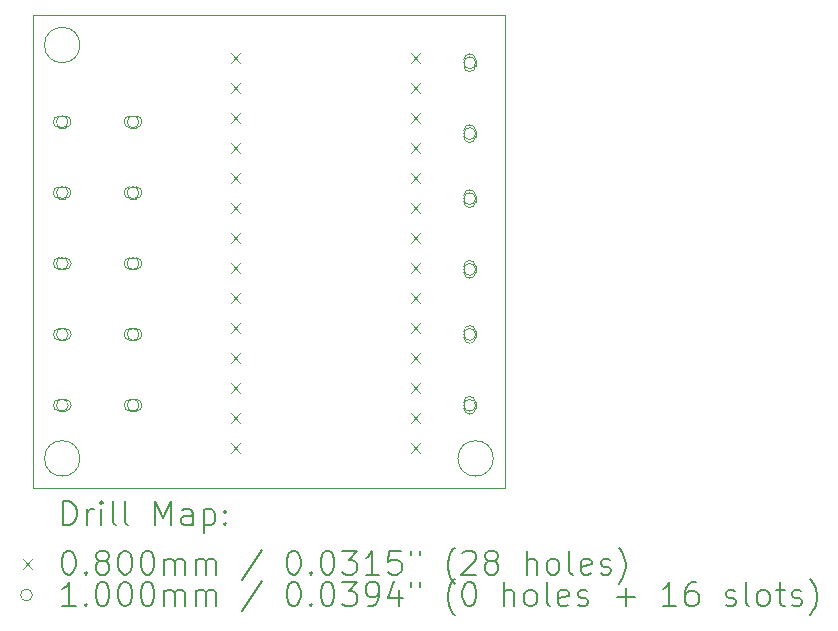
<source format=gbr>
%TF.GenerationSoftware,KiCad,Pcbnew,9.0.0-9.0.0-2~ubuntu24.04.1*%
%TF.CreationDate,2025-04-02T19:49:25+02:00*%
%TF.ProjectId,Teensy_Interface,5465656e-7379-45f4-996e-746572666163,rev?*%
%TF.SameCoordinates,Original*%
%TF.FileFunction,Drillmap*%
%TF.FilePolarity,Positive*%
%FSLAX45Y45*%
G04 Gerber Fmt 4.5, Leading zero omitted, Abs format (unit mm)*
G04 Created by KiCad (PCBNEW 9.0.0-9.0.0-2~ubuntu24.04.1) date 2025-04-02 19:49:25*
%MOMM*%
%LPD*%
G01*
G04 APERTURE LIST*
%ADD10C,0.050000*%
%ADD11C,0.200000*%
%ADD12C,0.100000*%
G04 APERTURE END LIST*
D10*
X7350000Y-8500000D02*
G75*
G02*
X7050000Y-8500000I-150000J0D01*
G01*
X7050000Y-8500000D02*
G75*
G02*
X7350000Y-8500000I150000J0D01*
G01*
X10850000Y-8500000D02*
G75*
G02*
X10550000Y-8500000I-150000J0D01*
G01*
X10550000Y-8500000D02*
G75*
G02*
X10850000Y-8500000I150000J0D01*
G01*
X6950000Y-4750000D02*
X10950000Y-4750000D01*
X10950000Y-8750000D01*
X6950000Y-8750000D01*
X6950000Y-4750000D01*
X7350000Y-5000000D02*
G75*
G02*
X7050000Y-5000000I-150000J0D01*
G01*
X7050000Y-5000000D02*
G75*
G02*
X7350000Y-5000000I150000J0D01*
G01*
D11*
D12*
X8625700Y-5069080D02*
X8705700Y-5149080D01*
X8705700Y-5069080D02*
X8625700Y-5149080D01*
X8625700Y-5323080D02*
X8705700Y-5403080D01*
X8705700Y-5323080D02*
X8625700Y-5403080D01*
X8625700Y-5577080D02*
X8705700Y-5657080D01*
X8705700Y-5577080D02*
X8625700Y-5657080D01*
X8625700Y-5831080D02*
X8705700Y-5911080D01*
X8705700Y-5831080D02*
X8625700Y-5911080D01*
X8625700Y-6085080D02*
X8705700Y-6165080D01*
X8705700Y-6085080D02*
X8625700Y-6165080D01*
X8625700Y-6339080D02*
X8705700Y-6419080D01*
X8705700Y-6339080D02*
X8625700Y-6419080D01*
X8625700Y-6593080D02*
X8705700Y-6673080D01*
X8705700Y-6593080D02*
X8625700Y-6673080D01*
X8625700Y-6847080D02*
X8705700Y-6927080D01*
X8705700Y-6847080D02*
X8625700Y-6927080D01*
X8625700Y-7101080D02*
X8705700Y-7181080D01*
X8705700Y-7101080D02*
X8625700Y-7181080D01*
X8625700Y-7355080D02*
X8705700Y-7435080D01*
X8705700Y-7355080D02*
X8625700Y-7435080D01*
X8625700Y-7609080D02*
X8705700Y-7689080D01*
X8705700Y-7609080D02*
X8625700Y-7689080D01*
X8625700Y-7863080D02*
X8705700Y-7943080D01*
X8705700Y-7863080D02*
X8625700Y-7943080D01*
X8625700Y-8117080D02*
X8705700Y-8197080D01*
X8705700Y-8117080D02*
X8625700Y-8197080D01*
X8625700Y-8371080D02*
X8705700Y-8451080D01*
X8705700Y-8371080D02*
X8625700Y-8451080D01*
X10149700Y-5069080D02*
X10229700Y-5149080D01*
X10229700Y-5069080D02*
X10149700Y-5149080D01*
X10149700Y-5323080D02*
X10229700Y-5403080D01*
X10229700Y-5323080D02*
X10149700Y-5403080D01*
X10149700Y-5577080D02*
X10229700Y-5657080D01*
X10229700Y-5577080D02*
X10149700Y-5657080D01*
X10149700Y-5831080D02*
X10229700Y-5911080D01*
X10229700Y-5831080D02*
X10149700Y-5911080D01*
X10149700Y-6085080D02*
X10229700Y-6165080D01*
X10229700Y-6085080D02*
X10149700Y-6165080D01*
X10149700Y-6339080D02*
X10229700Y-6419080D01*
X10229700Y-6339080D02*
X10149700Y-6419080D01*
X10149700Y-6593080D02*
X10229700Y-6673080D01*
X10229700Y-6593080D02*
X10149700Y-6673080D01*
X10149700Y-6847080D02*
X10229700Y-6927080D01*
X10229700Y-6847080D02*
X10149700Y-6927080D01*
X10149700Y-7101080D02*
X10229700Y-7181080D01*
X10229700Y-7101080D02*
X10149700Y-7181080D01*
X10149700Y-7355080D02*
X10229700Y-7435080D01*
X10229700Y-7355080D02*
X10149700Y-7435080D01*
X10149700Y-7609080D02*
X10229700Y-7689080D01*
X10229700Y-7609080D02*
X10149700Y-7689080D01*
X10149700Y-7863080D02*
X10229700Y-7943080D01*
X10229700Y-7863080D02*
X10149700Y-7943080D01*
X10149700Y-8117080D02*
X10229700Y-8197080D01*
X10229700Y-8117080D02*
X10149700Y-8197080D01*
X10149700Y-8371080D02*
X10229700Y-8451080D01*
X10229700Y-8371080D02*
X10149700Y-8451080D01*
X7250000Y-5650000D02*
G75*
G02*
X7150000Y-5650000I-50000J0D01*
G01*
X7150000Y-5650000D02*
G75*
G02*
X7250000Y-5650000I50000J0D01*
G01*
X7175000Y-5700000D02*
X7225000Y-5700000D01*
X7225000Y-5600000D02*
G75*
G02*
X7225000Y-5700000I0J-50000D01*
G01*
X7225000Y-5600000D02*
X7175000Y-5600000D01*
X7175000Y-5600000D02*
G75*
G03*
X7175000Y-5700000I0J-50000D01*
G01*
X7250000Y-6250000D02*
G75*
G02*
X7150000Y-6250000I-50000J0D01*
G01*
X7150000Y-6250000D02*
G75*
G02*
X7250000Y-6250000I50000J0D01*
G01*
X7175000Y-6300000D02*
X7225000Y-6300000D01*
X7225000Y-6200000D02*
G75*
G02*
X7225000Y-6300000I0J-50000D01*
G01*
X7225000Y-6200000D02*
X7175000Y-6200000D01*
X7175000Y-6200000D02*
G75*
G03*
X7175000Y-6300000I0J-50000D01*
G01*
X7250000Y-6850000D02*
G75*
G02*
X7150000Y-6850000I-50000J0D01*
G01*
X7150000Y-6850000D02*
G75*
G02*
X7250000Y-6850000I50000J0D01*
G01*
X7175000Y-6900000D02*
X7225000Y-6900000D01*
X7225000Y-6800000D02*
G75*
G02*
X7225000Y-6900000I0J-50000D01*
G01*
X7225000Y-6800000D02*
X7175000Y-6800000D01*
X7175000Y-6800000D02*
G75*
G03*
X7175000Y-6900000I0J-50000D01*
G01*
X7250560Y-7450000D02*
G75*
G02*
X7150560Y-7450000I-50000J0D01*
G01*
X7150560Y-7450000D02*
G75*
G02*
X7250560Y-7450000I50000J0D01*
G01*
X7175560Y-7500000D02*
X7225560Y-7500000D01*
X7225560Y-7400000D02*
G75*
G02*
X7225560Y-7500000I0J-50000D01*
G01*
X7225560Y-7400000D02*
X7175560Y-7400000D01*
X7175560Y-7400000D02*
G75*
G03*
X7175560Y-7500000I0J-50000D01*
G01*
X7250560Y-8050000D02*
G75*
G02*
X7150560Y-8050000I-50000J0D01*
G01*
X7150560Y-8050000D02*
G75*
G02*
X7250560Y-8050000I50000J0D01*
G01*
X7175560Y-8100000D02*
X7225560Y-8100000D01*
X7225560Y-8000000D02*
G75*
G02*
X7225560Y-8100000I0J-50000D01*
G01*
X7225560Y-8000000D02*
X7175560Y-8000000D01*
X7175560Y-8000000D02*
G75*
G03*
X7175560Y-8100000I0J-50000D01*
G01*
X7849440Y-5650000D02*
G75*
G02*
X7749440Y-5650000I-50000J0D01*
G01*
X7749440Y-5650000D02*
G75*
G02*
X7849440Y-5650000I50000J0D01*
G01*
X7774440Y-5700000D02*
X7824440Y-5700000D01*
X7824440Y-5600000D02*
G75*
G02*
X7824440Y-5700000I0J-50000D01*
G01*
X7824440Y-5600000D02*
X7774440Y-5600000D01*
X7774440Y-5600000D02*
G75*
G03*
X7774440Y-5700000I0J-50000D01*
G01*
X7849440Y-6250000D02*
G75*
G02*
X7749440Y-6250000I-50000J0D01*
G01*
X7749440Y-6250000D02*
G75*
G02*
X7849440Y-6250000I50000J0D01*
G01*
X7774440Y-6300000D02*
X7824440Y-6300000D01*
X7824440Y-6200000D02*
G75*
G02*
X7824440Y-6300000I0J-50000D01*
G01*
X7824440Y-6200000D02*
X7774440Y-6200000D01*
X7774440Y-6200000D02*
G75*
G03*
X7774440Y-6300000I0J-50000D01*
G01*
X7849440Y-6850000D02*
G75*
G02*
X7749440Y-6850000I-50000J0D01*
G01*
X7749440Y-6850000D02*
G75*
G02*
X7849440Y-6850000I50000J0D01*
G01*
X7774440Y-6900000D02*
X7824440Y-6900000D01*
X7824440Y-6800000D02*
G75*
G02*
X7824440Y-6900000I0J-50000D01*
G01*
X7824440Y-6800000D02*
X7774440Y-6800000D01*
X7774440Y-6800000D02*
G75*
G03*
X7774440Y-6900000I0J-50000D01*
G01*
X7850000Y-7450000D02*
G75*
G02*
X7750000Y-7450000I-50000J0D01*
G01*
X7750000Y-7450000D02*
G75*
G02*
X7850000Y-7450000I50000J0D01*
G01*
X7775000Y-7500000D02*
X7825000Y-7500000D01*
X7825000Y-7400000D02*
G75*
G02*
X7825000Y-7500000I0J-50000D01*
G01*
X7825000Y-7400000D02*
X7775000Y-7400000D01*
X7775000Y-7400000D02*
G75*
G03*
X7775000Y-7500000I0J-50000D01*
G01*
X7850000Y-8050000D02*
G75*
G02*
X7750000Y-8050000I-50000J0D01*
G01*
X7750000Y-8050000D02*
G75*
G02*
X7850000Y-8050000I50000J0D01*
G01*
X7775000Y-8100000D02*
X7825000Y-8100000D01*
X7825000Y-8000000D02*
G75*
G02*
X7825000Y-8100000I0J-50000D01*
G01*
X7825000Y-8000000D02*
X7775000Y-8000000D01*
X7775000Y-8000000D02*
G75*
G03*
X7775000Y-8100000I0J-50000D01*
G01*
X10700000Y-5150560D02*
G75*
G02*
X10600000Y-5150560I-50000J0D01*
G01*
X10600000Y-5150560D02*
G75*
G02*
X10700000Y-5150560I50000J0D01*
G01*
X10600000Y-5125560D02*
X10600000Y-5175560D01*
X10700000Y-5175560D02*
G75*
G02*
X10600000Y-5175560I-50000J0D01*
G01*
X10700000Y-5175560D02*
X10700000Y-5125560D01*
X10700000Y-5125560D02*
G75*
G03*
X10600000Y-5125560I-50000J0D01*
G01*
X10700000Y-5750000D02*
G75*
G02*
X10600000Y-5750000I-50000J0D01*
G01*
X10600000Y-5750000D02*
G75*
G02*
X10700000Y-5750000I50000J0D01*
G01*
X10600000Y-5725000D02*
X10600000Y-5775000D01*
X10700000Y-5775000D02*
G75*
G02*
X10600000Y-5775000I-50000J0D01*
G01*
X10700000Y-5775000D02*
X10700000Y-5725000D01*
X10700000Y-5725000D02*
G75*
G03*
X10600000Y-5725000I-50000J0D01*
G01*
X10700000Y-6300560D02*
G75*
G02*
X10600000Y-6300560I-50000J0D01*
G01*
X10600000Y-6300560D02*
G75*
G02*
X10700000Y-6300560I50000J0D01*
G01*
X10600000Y-6275560D02*
X10600000Y-6325560D01*
X10700000Y-6325560D02*
G75*
G02*
X10600000Y-6325560I-50000J0D01*
G01*
X10700000Y-6325560D02*
X10700000Y-6275560D01*
X10700000Y-6275560D02*
G75*
G03*
X10600000Y-6275560I-50000J0D01*
G01*
X10700000Y-6900000D02*
G75*
G02*
X10600000Y-6900000I-50000J0D01*
G01*
X10600000Y-6900000D02*
G75*
G02*
X10700000Y-6900000I50000J0D01*
G01*
X10600000Y-6875000D02*
X10600000Y-6925000D01*
X10700000Y-6925000D02*
G75*
G02*
X10600000Y-6925000I-50000J0D01*
G01*
X10700000Y-6925000D02*
X10700000Y-6875000D01*
X10700000Y-6875000D02*
G75*
G03*
X10600000Y-6875000I-50000J0D01*
G01*
X10700000Y-7450560D02*
G75*
G02*
X10600000Y-7450560I-50000J0D01*
G01*
X10600000Y-7450560D02*
G75*
G02*
X10700000Y-7450560I50000J0D01*
G01*
X10600000Y-7425560D02*
X10600000Y-7475560D01*
X10700000Y-7475560D02*
G75*
G02*
X10600000Y-7475560I-50000J0D01*
G01*
X10700000Y-7475560D02*
X10700000Y-7425560D01*
X10700000Y-7425560D02*
G75*
G03*
X10600000Y-7425560I-50000J0D01*
G01*
X10700000Y-8050000D02*
G75*
G02*
X10600000Y-8050000I-50000J0D01*
G01*
X10600000Y-8050000D02*
G75*
G02*
X10700000Y-8050000I50000J0D01*
G01*
X10600000Y-8025000D02*
X10600000Y-8075000D01*
X10700000Y-8075000D02*
G75*
G02*
X10600000Y-8075000I-50000J0D01*
G01*
X10700000Y-8075000D02*
X10700000Y-8025000D01*
X10700000Y-8025000D02*
G75*
G03*
X10600000Y-8025000I-50000J0D01*
G01*
D11*
X7208277Y-9063984D02*
X7208277Y-8863984D01*
X7208277Y-8863984D02*
X7255896Y-8863984D01*
X7255896Y-8863984D02*
X7284467Y-8873508D01*
X7284467Y-8873508D02*
X7303515Y-8892555D01*
X7303515Y-8892555D02*
X7313039Y-8911603D01*
X7313039Y-8911603D02*
X7322562Y-8949698D01*
X7322562Y-8949698D02*
X7322562Y-8978270D01*
X7322562Y-8978270D02*
X7313039Y-9016365D01*
X7313039Y-9016365D02*
X7303515Y-9035412D01*
X7303515Y-9035412D02*
X7284467Y-9054460D01*
X7284467Y-9054460D02*
X7255896Y-9063984D01*
X7255896Y-9063984D02*
X7208277Y-9063984D01*
X7408277Y-9063984D02*
X7408277Y-8930650D01*
X7408277Y-8968746D02*
X7417801Y-8949698D01*
X7417801Y-8949698D02*
X7427324Y-8940174D01*
X7427324Y-8940174D02*
X7446372Y-8930650D01*
X7446372Y-8930650D02*
X7465420Y-8930650D01*
X7532086Y-9063984D02*
X7532086Y-8930650D01*
X7532086Y-8863984D02*
X7522562Y-8873508D01*
X7522562Y-8873508D02*
X7532086Y-8883031D01*
X7532086Y-8883031D02*
X7541610Y-8873508D01*
X7541610Y-8873508D02*
X7532086Y-8863984D01*
X7532086Y-8863984D02*
X7532086Y-8883031D01*
X7655896Y-9063984D02*
X7636848Y-9054460D01*
X7636848Y-9054460D02*
X7627324Y-9035412D01*
X7627324Y-9035412D02*
X7627324Y-8863984D01*
X7760658Y-9063984D02*
X7741610Y-9054460D01*
X7741610Y-9054460D02*
X7732086Y-9035412D01*
X7732086Y-9035412D02*
X7732086Y-8863984D01*
X7989229Y-9063984D02*
X7989229Y-8863984D01*
X7989229Y-8863984D02*
X8055896Y-9006841D01*
X8055896Y-9006841D02*
X8122562Y-8863984D01*
X8122562Y-8863984D02*
X8122562Y-9063984D01*
X8303515Y-9063984D02*
X8303515Y-8959222D01*
X8303515Y-8959222D02*
X8293991Y-8940174D01*
X8293991Y-8940174D02*
X8274943Y-8930650D01*
X8274943Y-8930650D02*
X8236848Y-8930650D01*
X8236848Y-8930650D02*
X8217801Y-8940174D01*
X8303515Y-9054460D02*
X8284467Y-9063984D01*
X8284467Y-9063984D02*
X8236848Y-9063984D01*
X8236848Y-9063984D02*
X8217801Y-9054460D01*
X8217801Y-9054460D02*
X8208277Y-9035412D01*
X8208277Y-9035412D02*
X8208277Y-9016365D01*
X8208277Y-9016365D02*
X8217801Y-8997317D01*
X8217801Y-8997317D02*
X8236848Y-8987793D01*
X8236848Y-8987793D02*
X8284467Y-8987793D01*
X8284467Y-8987793D02*
X8303515Y-8978270D01*
X8398753Y-8930650D02*
X8398753Y-9130650D01*
X8398753Y-8940174D02*
X8417801Y-8930650D01*
X8417801Y-8930650D02*
X8455896Y-8930650D01*
X8455896Y-8930650D02*
X8474944Y-8940174D01*
X8474944Y-8940174D02*
X8484467Y-8949698D01*
X8484467Y-8949698D02*
X8493991Y-8968746D01*
X8493991Y-8968746D02*
X8493991Y-9025889D01*
X8493991Y-9025889D02*
X8484467Y-9044936D01*
X8484467Y-9044936D02*
X8474944Y-9054460D01*
X8474944Y-9054460D02*
X8455896Y-9063984D01*
X8455896Y-9063984D02*
X8417801Y-9063984D01*
X8417801Y-9063984D02*
X8398753Y-9054460D01*
X8579705Y-9044936D02*
X8589229Y-9054460D01*
X8589229Y-9054460D02*
X8579705Y-9063984D01*
X8579705Y-9063984D02*
X8570182Y-9054460D01*
X8570182Y-9054460D02*
X8579705Y-9044936D01*
X8579705Y-9044936D02*
X8579705Y-9063984D01*
X8579705Y-8940174D02*
X8589229Y-8949698D01*
X8589229Y-8949698D02*
X8579705Y-8959222D01*
X8579705Y-8959222D02*
X8570182Y-8949698D01*
X8570182Y-8949698D02*
X8579705Y-8940174D01*
X8579705Y-8940174D02*
X8579705Y-8959222D01*
D12*
X6867500Y-9352500D02*
X6947500Y-9432500D01*
X6947500Y-9352500D02*
X6867500Y-9432500D01*
D11*
X7246372Y-9283984D02*
X7265420Y-9283984D01*
X7265420Y-9283984D02*
X7284467Y-9293508D01*
X7284467Y-9293508D02*
X7293991Y-9303031D01*
X7293991Y-9303031D02*
X7303515Y-9322079D01*
X7303515Y-9322079D02*
X7313039Y-9360174D01*
X7313039Y-9360174D02*
X7313039Y-9407793D01*
X7313039Y-9407793D02*
X7303515Y-9445889D01*
X7303515Y-9445889D02*
X7293991Y-9464936D01*
X7293991Y-9464936D02*
X7284467Y-9474460D01*
X7284467Y-9474460D02*
X7265420Y-9483984D01*
X7265420Y-9483984D02*
X7246372Y-9483984D01*
X7246372Y-9483984D02*
X7227324Y-9474460D01*
X7227324Y-9474460D02*
X7217801Y-9464936D01*
X7217801Y-9464936D02*
X7208277Y-9445889D01*
X7208277Y-9445889D02*
X7198753Y-9407793D01*
X7198753Y-9407793D02*
X7198753Y-9360174D01*
X7198753Y-9360174D02*
X7208277Y-9322079D01*
X7208277Y-9322079D02*
X7217801Y-9303031D01*
X7217801Y-9303031D02*
X7227324Y-9293508D01*
X7227324Y-9293508D02*
X7246372Y-9283984D01*
X7398753Y-9464936D02*
X7408277Y-9474460D01*
X7408277Y-9474460D02*
X7398753Y-9483984D01*
X7398753Y-9483984D02*
X7389229Y-9474460D01*
X7389229Y-9474460D02*
X7398753Y-9464936D01*
X7398753Y-9464936D02*
X7398753Y-9483984D01*
X7522562Y-9369698D02*
X7503515Y-9360174D01*
X7503515Y-9360174D02*
X7493991Y-9350650D01*
X7493991Y-9350650D02*
X7484467Y-9331603D01*
X7484467Y-9331603D02*
X7484467Y-9322079D01*
X7484467Y-9322079D02*
X7493991Y-9303031D01*
X7493991Y-9303031D02*
X7503515Y-9293508D01*
X7503515Y-9293508D02*
X7522562Y-9283984D01*
X7522562Y-9283984D02*
X7560658Y-9283984D01*
X7560658Y-9283984D02*
X7579705Y-9293508D01*
X7579705Y-9293508D02*
X7589229Y-9303031D01*
X7589229Y-9303031D02*
X7598753Y-9322079D01*
X7598753Y-9322079D02*
X7598753Y-9331603D01*
X7598753Y-9331603D02*
X7589229Y-9350650D01*
X7589229Y-9350650D02*
X7579705Y-9360174D01*
X7579705Y-9360174D02*
X7560658Y-9369698D01*
X7560658Y-9369698D02*
X7522562Y-9369698D01*
X7522562Y-9369698D02*
X7503515Y-9379222D01*
X7503515Y-9379222D02*
X7493991Y-9388746D01*
X7493991Y-9388746D02*
X7484467Y-9407793D01*
X7484467Y-9407793D02*
X7484467Y-9445889D01*
X7484467Y-9445889D02*
X7493991Y-9464936D01*
X7493991Y-9464936D02*
X7503515Y-9474460D01*
X7503515Y-9474460D02*
X7522562Y-9483984D01*
X7522562Y-9483984D02*
X7560658Y-9483984D01*
X7560658Y-9483984D02*
X7579705Y-9474460D01*
X7579705Y-9474460D02*
X7589229Y-9464936D01*
X7589229Y-9464936D02*
X7598753Y-9445889D01*
X7598753Y-9445889D02*
X7598753Y-9407793D01*
X7598753Y-9407793D02*
X7589229Y-9388746D01*
X7589229Y-9388746D02*
X7579705Y-9379222D01*
X7579705Y-9379222D02*
X7560658Y-9369698D01*
X7722562Y-9283984D02*
X7741610Y-9283984D01*
X7741610Y-9283984D02*
X7760658Y-9293508D01*
X7760658Y-9293508D02*
X7770182Y-9303031D01*
X7770182Y-9303031D02*
X7779705Y-9322079D01*
X7779705Y-9322079D02*
X7789229Y-9360174D01*
X7789229Y-9360174D02*
X7789229Y-9407793D01*
X7789229Y-9407793D02*
X7779705Y-9445889D01*
X7779705Y-9445889D02*
X7770182Y-9464936D01*
X7770182Y-9464936D02*
X7760658Y-9474460D01*
X7760658Y-9474460D02*
X7741610Y-9483984D01*
X7741610Y-9483984D02*
X7722562Y-9483984D01*
X7722562Y-9483984D02*
X7703515Y-9474460D01*
X7703515Y-9474460D02*
X7693991Y-9464936D01*
X7693991Y-9464936D02*
X7684467Y-9445889D01*
X7684467Y-9445889D02*
X7674943Y-9407793D01*
X7674943Y-9407793D02*
X7674943Y-9360174D01*
X7674943Y-9360174D02*
X7684467Y-9322079D01*
X7684467Y-9322079D02*
X7693991Y-9303031D01*
X7693991Y-9303031D02*
X7703515Y-9293508D01*
X7703515Y-9293508D02*
X7722562Y-9283984D01*
X7913039Y-9283984D02*
X7932086Y-9283984D01*
X7932086Y-9283984D02*
X7951134Y-9293508D01*
X7951134Y-9293508D02*
X7960658Y-9303031D01*
X7960658Y-9303031D02*
X7970182Y-9322079D01*
X7970182Y-9322079D02*
X7979705Y-9360174D01*
X7979705Y-9360174D02*
X7979705Y-9407793D01*
X7979705Y-9407793D02*
X7970182Y-9445889D01*
X7970182Y-9445889D02*
X7960658Y-9464936D01*
X7960658Y-9464936D02*
X7951134Y-9474460D01*
X7951134Y-9474460D02*
X7932086Y-9483984D01*
X7932086Y-9483984D02*
X7913039Y-9483984D01*
X7913039Y-9483984D02*
X7893991Y-9474460D01*
X7893991Y-9474460D02*
X7884467Y-9464936D01*
X7884467Y-9464936D02*
X7874943Y-9445889D01*
X7874943Y-9445889D02*
X7865420Y-9407793D01*
X7865420Y-9407793D02*
X7865420Y-9360174D01*
X7865420Y-9360174D02*
X7874943Y-9322079D01*
X7874943Y-9322079D02*
X7884467Y-9303031D01*
X7884467Y-9303031D02*
X7893991Y-9293508D01*
X7893991Y-9293508D02*
X7913039Y-9283984D01*
X8065420Y-9483984D02*
X8065420Y-9350650D01*
X8065420Y-9369698D02*
X8074943Y-9360174D01*
X8074943Y-9360174D02*
X8093991Y-9350650D01*
X8093991Y-9350650D02*
X8122563Y-9350650D01*
X8122563Y-9350650D02*
X8141610Y-9360174D01*
X8141610Y-9360174D02*
X8151134Y-9379222D01*
X8151134Y-9379222D02*
X8151134Y-9483984D01*
X8151134Y-9379222D02*
X8160658Y-9360174D01*
X8160658Y-9360174D02*
X8179705Y-9350650D01*
X8179705Y-9350650D02*
X8208277Y-9350650D01*
X8208277Y-9350650D02*
X8227324Y-9360174D01*
X8227324Y-9360174D02*
X8236848Y-9379222D01*
X8236848Y-9379222D02*
X8236848Y-9483984D01*
X8332086Y-9483984D02*
X8332086Y-9350650D01*
X8332086Y-9369698D02*
X8341610Y-9360174D01*
X8341610Y-9360174D02*
X8360658Y-9350650D01*
X8360658Y-9350650D02*
X8389229Y-9350650D01*
X8389229Y-9350650D02*
X8408277Y-9360174D01*
X8408277Y-9360174D02*
X8417801Y-9379222D01*
X8417801Y-9379222D02*
X8417801Y-9483984D01*
X8417801Y-9379222D02*
X8427325Y-9360174D01*
X8427325Y-9360174D02*
X8446372Y-9350650D01*
X8446372Y-9350650D02*
X8474944Y-9350650D01*
X8474944Y-9350650D02*
X8493991Y-9360174D01*
X8493991Y-9360174D02*
X8503515Y-9379222D01*
X8503515Y-9379222D02*
X8503515Y-9483984D01*
X8893991Y-9274460D02*
X8722563Y-9531603D01*
X9151134Y-9283984D02*
X9170182Y-9283984D01*
X9170182Y-9283984D02*
X9189229Y-9293508D01*
X9189229Y-9293508D02*
X9198753Y-9303031D01*
X9198753Y-9303031D02*
X9208277Y-9322079D01*
X9208277Y-9322079D02*
X9217801Y-9360174D01*
X9217801Y-9360174D02*
X9217801Y-9407793D01*
X9217801Y-9407793D02*
X9208277Y-9445889D01*
X9208277Y-9445889D02*
X9198753Y-9464936D01*
X9198753Y-9464936D02*
X9189229Y-9474460D01*
X9189229Y-9474460D02*
X9170182Y-9483984D01*
X9170182Y-9483984D02*
X9151134Y-9483984D01*
X9151134Y-9483984D02*
X9132087Y-9474460D01*
X9132087Y-9474460D02*
X9122563Y-9464936D01*
X9122563Y-9464936D02*
X9113039Y-9445889D01*
X9113039Y-9445889D02*
X9103515Y-9407793D01*
X9103515Y-9407793D02*
X9103515Y-9360174D01*
X9103515Y-9360174D02*
X9113039Y-9322079D01*
X9113039Y-9322079D02*
X9122563Y-9303031D01*
X9122563Y-9303031D02*
X9132087Y-9293508D01*
X9132087Y-9293508D02*
X9151134Y-9283984D01*
X9303515Y-9464936D02*
X9313039Y-9474460D01*
X9313039Y-9474460D02*
X9303515Y-9483984D01*
X9303515Y-9483984D02*
X9293991Y-9474460D01*
X9293991Y-9474460D02*
X9303515Y-9464936D01*
X9303515Y-9464936D02*
X9303515Y-9483984D01*
X9436848Y-9283984D02*
X9455896Y-9283984D01*
X9455896Y-9283984D02*
X9474944Y-9293508D01*
X9474944Y-9293508D02*
X9484468Y-9303031D01*
X9484468Y-9303031D02*
X9493991Y-9322079D01*
X9493991Y-9322079D02*
X9503515Y-9360174D01*
X9503515Y-9360174D02*
X9503515Y-9407793D01*
X9503515Y-9407793D02*
X9493991Y-9445889D01*
X9493991Y-9445889D02*
X9484468Y-9464936D01*
X9484468Y-9464936D02*
X9474944Y-9474460D01*
X9474944Y-9474460D02*
X9455896Y-9483984D01*
X9455896Y-9483984D02*
X9436848Y-9483984D01*
X9436848Y-9483984D02*
X9417801Y-9474460D01*
X9417801Y-9474460D02*
X9408277Y-9464936D01*
X9408277Y-9464936D02*
X9398753Y-9445889D01*
X9398753Y-9445889D02*
X9389229Y-9407793D01*
X9389229Y-9407793D02*
X9389229Y-9360174D01*
X9389229Y-9360174D02*
X9398753Y-9322079D01*
X9398753Y-9322079D02*
X9408277Y-9303031D01*
X9408277Y-9303031D02*
X9417801Y-9293508D01*
X9417801Y-9293508D02*
X9436848Y-9283984D01*
X9570182Y-9283984D02*
X9693991Y-9283984D01*
X9693991Y-9283984D02*
X9627325Y-9360174D01*
X9627325Y-9360174D02*
X9655896Y-9360174D01*
X9655896Y-9360174D02*
X9674944Y-9369698D01*
X9674944Y-9369698D02*
X9684468Y-9379222D01*
X9684468Y-9379222D02*
X9693991Y-9398270D01*
X9693991Y-9398270D02*
X9693991Y-9445889D01*
X9693991Y-9445889D02*
X9684468Y-9464936D01*
X9684468Y-9464936D02*
X9674944Y-9474460D01*
X9674944Y-9474460D02*
X9655896Y-9483984D01*
X9655896Y-9483984D02*
X9598753Y-9483984D01*
X9598753Y-9483984D02*
X9579706Y-9474460D01*
X9579706Y-9474460D02*
X9570182Y-9464936D01*
X9884468Y-9483984D02*
X9770182Y-9483984D01*
X9827325Y-9483984D02*
X9827325Y-9283984D01*
X9827325Y-9283984D02*
X9808277Y-9312555D01*
X9808277Y-9312555D02*
X9789229Y-9331603D01*
X9789229Y-9331603D02*
X9770182Y-9341127D01*
X10065420Y-9283984D02*
X9970182Y-9283984D01*
X9970182Y-9283984D02*
X9960658Y-9379222D01*
X9960658Y-9379222D02*
X9970182Y-9369698D01*
X9970182Y-9369698D02*
X9989229Y-9360174D01*
X9989229Y-9360174D02*
X10036849Y-9360174D01*
X10036849Y-9360174D02*
X10055896Y-9369698D01*
X10055896Y-9369698D02*
X10065420Y-9379222D01*
X10065420Y-9379222D02*
X10074944Y-9398270D01*
X10074944Y-9398270D02*
X10074944Y-9445889D01*
X10074944Y-9445889D02*
X10065420Y-9464936D01*
X10065420Y-9464936D02*
X10055896Y-9474460D01*
X10055896Y-9474460D02*
X10036849Y-9483984D01*
X10036849Y-9483984D02*
X9989229Y-9483984D01*
X9989229Y-9483984D02*
X9970182Y-9474460D01*
X9970182Y-9474460D02*
X9960658Y-9464936D01*
X10151134Y-9283984D02*
X10151134Y-9322079D01*
X10227325Y-9283984D02*
X10227325Y-9322079D01*
X10522563Y-9560174D02*
X10513039Y-9550650D01*
X10513039Y-9550650D02*
X10493991Y-9522079D01*
X10493991Y-9522079D02*
X10484468Y-9503031D01*
X10484468Y-9503031D02*
X10474944Y-9474460D01*
X10474944Y-9474460D02*
X10465420Y-9426841D01*
X10465420Y-9426841D02*
X10465420Y-9388746D01*
X10465420Y-9388746D02*
X10474944Y-9341127D01*
X10474944Y-9341127D02*
X10484468Y-9312555D01*
X10484468Y-9312555D02*
X10493991Y-9293508D01*
X10493991Y-9293508D02*
X10513039Y-9264936D01*
X10513039Y-9264936D02*
X10522563Y-9255412D01*
X10589230Y-9303031D02*
X10598753Y-9293508D01*
X10598753Y-9293508D02*
X10617801Y-9283984D01*
X10617801Y-9283984D02*
X10665420Y-9283984D01*
X10665420Y-9283984D02*
X10684468Y-9293508D01*
X10684468Y-9293508D02*
X10693991Y-9303031D01*
X10693991Y-9303031D02*
X10703515Y-9322079D01*
X10703515Y-9322079D02*
X10703515Y-9341127D01*
X10703515Y-9341127D02*
X10693991Y-9369698D01*
X10693991Y-9369698D02*
X10579706Y-9483984D01*
X10579706Y-9483984D02*
X10703515Y-9483984D01*
X10817801Y-9369698D02*
X10798753Y-9360174D01*
X10798753Y-9360174D02*
X10789230Y-9350650D01*
X10789230Y-9350650D02*
X10779706Y-9331603D01*
X10779706Y-9331603D02*
X10779706Y-9322079D01*
X10779706Y-9322079D02*
X10789230Y-9303031D01*
X10789230Y-9303031D02*
X10798753Y-9293508D01*
X10798753Y-9293508D02*
X10817801Y-9283984D01*
X10817801Y-9283984D02*
X10855896Y-9283984D01*
X10855896Y-9283984D02*
X10874944Y-9293508D01*
X10874944Y-9293508D02*
X10884468Y-9303031D01*
X10884468Y-9303031D02*
X10893991Y-9322079D01*
X10893991Y-9322079D02*
X10893991Y-9331603D01*
X10893991Y-9331603D02*
X10884468Y-9350650D01*
X10884468Y-9350650D02*
X10874944Y-9360174D01*
X10874944Y-9360174D02*
X10855896Y-9369698D01*
X10855896Y-9369698D02*
X10817801Y-9369698D01*
X10817801Y-9369698D02*
X10798753Y-9379222D01*
X10798753Y-9379222D02*
X10789230Y-9388746D01*
X10789230Y-9388746D02*
X10779706Y-9407793D01*
X10779706Y-9407793D02*
X10779706Y-9445889D01*
X10779706Y-9445889D02*
X10789230Y-9464936D01*
X10789230Y-9464936D02*
X10798753Y-9474460D01*
X10798753Y-9474460D02*
X10817801Y-9483984D01*
X10817801Y-9483984D02*
X10855896Y-9483984D01*
X10855896Y-9483984D02*
X10874944Y-9474460D01*
X10874944Y-9474460D02*
X10884468Y-9464936D01*
X10884468Y-9464936D02*
X10893991Y-9445889D01*
X10893991Y-9445889D02*
X10893991Y-9407793D01*
X10893991Y-9407793D02*
X10884468Y-9388746D01*
X10884468Y-9388746D02*
X10874944Y-9379222D01*
X10874944Y-9379222D02*
X10855896Y-9369698D01*
X11132087Y-9483984D02*
X11132087Y-9283984D01*
X11217801Y-9483984D02*
X11217801Y-9379222D01*
X11217801Y-9379222D02*
X11208277Y-9360174D01*
X11208277Y-9360174D02*
X11189230Y-9350650D01*
X11189230Y-9350650D02*
X11160658Y-9350650D01*
X11160658Y-9350650D02*
X11141611Y-9360174D01*
X11141611Y-9360174D02*
X11132087Y-9369698D01*
X11341610Y-9483984D02*
X11322563Y-9474460D01*
X11322563Y-9474460D02*
X11313039Y-9464936D01*
X11313039Y-9464936D02*
X11303515Y-9445889D01*
X11303515Y-9445889D02*
X11303515Y-9388746D01*
X11303515Y-9388746D02*
X11313039Y-9369698D01*
X11313039Y-9369698D02*
X11322563Y-9360174D01*
X11322563Y-9360174D02*
X11341610Y-9350650D01*
X11341610Y-9350650D02*
X11370182Y-9350650D01*
X11370182Y-9350650D02*
X11389230Y-9360174D01*
X11389230Y-9360174D02*
X11398753Y-9369698D01*
X11398753Y-9369698D02*
X11408277Y-9388746D01*
X11408277Y-9388746D02*
X11408277Y-9445889D01*
X11408277Y-9445889D02*
X11398753Y-9464936D01*
X11398753Y-9464936D02*
X11389230Y-9474460D01*
X11389230Y-9474460D02*
X11370182Y-9483984D01*
X11370182Y-9483984D02*
X11341610Y-9483984D01*
X11522563Y-9483984D02*
X11503515Y-9474460D01*
X11503515Y-9474460D02*
X11493991Y-9455412D01*
X11493991Y-9455412D02*
X11493991Y-9283984D01*
X11674944Y-9474460D02*
X11655896Y-9483984D01*
X11655896Y-9483984D02*
X11617801Y-9483984D01*
X11617801Y-9483984D02*
X11598753Y-9474460D01*
X11598753Y-9474460D02*
X11589230Y-9455412D01*
X11589230Y-9455412D02*
X11589230Y-9379222D01*
X11589230Y-9379222D02*
X11598753Y-9360174D01*
X11598753Y-9360174D02*
X11617801Y-9350650D01*
X11617801Y-9350650D02*
X11655896Y-9350650D01*
X11655896Y-9350650D02*
X11674944Y-9360174D01*
X11674944Y-9360174D02*
X11684468Y-9379222D01*
X11684468Y-9379222D02*
X11684468Y-9398270D01*
X11684468Y-9398270D02*
X11589230Y-9417317D01*
X11760658Y-9474460D02*
X11779706Y-9483984D01*
X11779706Y-9483984D02*
X11817801Y-9483984D01*
X11817801Y-9483984D02*
X11836849Y-9474460D01*
X11836849Y-9474460D02*
X11846372Y-9455412D01*
X11846372Y-9455412D02*
X11846372Y-9445889D01*
X11846372Y-9445889D02*
X11836849Y-9426841D01*
X11836849Y-9426841D02*
X11817801Y-9417317D01*
X11817801Y-9417317D02*
X11789230Y-9417317D01*
X11789230Y-9417317D02*
X11770182Y-9407793D01*
X11770182Y-9407793D02*
X11760658Y-9388746D01*
X11760658Y-9388746D02*
X11760658Y-9379222D01*
X11760658Y-9379222D02*
X11770182Y-9360174D01*
X11770182Y-9360174D02*
X11789230Y-9350650D01*
X11789230Y-9350650D02*
X11817801Y-9350650D01*
X11817801Y-9350650D02*
X11836849Y-9360174D01*
X11913039Y-9560174D02*
X11922563Y-9550650D01*
X11922563Y-9550650D02*
X11941611Y-9522079D01*
X11941611Y-9522079D02*
X11951134Y-9503031D01*
X11951134Y-9503031D02*
X11960658Y-9474460D01*
X11960658Y-9474460D02*
X11970182Y-9426841D01*
X11970182Y-9426841D02*
X11970182Y-9388746D01*
X11970182Y-9388746D02*
X11960658Y-9341127D01*
X11960658Y-9341127D02*
X11951134Y-9312555D01*
X11951134Y-9312555D02*
X11941611Y-9293508D01*
X11941611Y-9293508D02*
X11922563Y-9264936D01*
X11922563Y-9264936D02*
X11913039Y-9255412D01*
D12*
X6947500Y-9656500D02*
G75*
G02*
X6847500Y-9656500I-50000J0D01*
G01*
X6847500Y-9656500D02*
G75*
G02*
X6947500Y-9656500I50000J0D01*
G01*
D11*
X7313039Y-9747984D02*
X7198753Y-9747984D01*
X7255896Y-9747984D02*
X7255896Y-9547984D01*
X7255896Y-9547984D02*
X7236848Y-9576555D01*
X7236848Y-9576555D02*
X7217801Y-9595603D01*
X7217801Y-9595603D02*
X7198753Y-9605127D01*
X7398753Y-9728936D02*
X7408277Y-9738460D01*
X7408277Y-9738460D02*
X7398753Y-9747984D01*
X7398753Y-9747984D02*
X7389229Y-9738460D01*
X7389229Y-9738460D02*
X7398753Y-9728936D01*
X7398753Y-9728936D02*
X7398753Y-9747984D01*
X7532086Y-9547984D02*
X7551134Y-9547984D01*
X7551134Y-9547984D02*
X7570182Y-9557508D01*
X7570182Y-9557508D02*
X7579705Y-9567031D01*
X7579705Y-9567031D02*
X7589229Y-9586079D01*
X7589229Y-9586079D02*
X7598753Y-9624174D01*
X7598753Y-9624174D02*
X7598753Y-9671793D01*
X7598753Y-9671793D02*
X7589229Y-9709889D01*
X7589229Y-9709889D02*
X7579705Y-9728936D01*
X7579705Y-9728936D02*
X7570182Y-9738460D01*
X7570182Y-9738460D02*
X7551134Y-9747984D01*
X7551134Y-9747984D02*
X7532086Y-9747984D01*
X7532086Y-9747984D02*
X7513039Y-9738460D01*
X7513039Y-9738460D02*
X7503515Y-9728936D01*
X7503515Y-9728936D02*
X7493991Y-9709889D01*
X7493991Y-9709889D02*
X7484467Y-9671793D01*
X7484467Y-9671793D02*
X7484467Y-9624174D01*
X7484467Y-9624174D02*
X7493991Y-9586079D01*
X7493991Y-9586079D02*
X7503515Y-9567031D01*
X7503515Y-9567031D02*
X7513039Y-9557508D01*
X7513039Y-9557508D02*
X7532086Y-9547984D01*
X7722562Y-9547984D02*
X7741610Y-9547984D01*
X7741610Y-9547984D02*
X7760658Y-9557508D01*
X7760658Y-9557508D02*
X7770182Y-9567031D01*
X7770182Y-9567031D02*
X7779705Y-9586079D01*
X7779705Y-9586079D02*
X7789229Y-9624174D01*
X7789229Y-9624174D02*
X7789229Y-9671793D01*
X7789229Y-9671793D02*
X7779705Y-9709889D01*
X7779705Y-9709889D02*
X7770182Y-9728936D01*
X7770182Y-9728936D02*
X7760658Y-9738460D01*
X7760658Y-9738460D02*
X7741610Y-9747984D01*
X7741610Y-9747984D02*
X7722562Y-9747984D01*
X7722562Y-9747984D02*
X7703515Y-9738460D01*
X7703515Y-9738460D02*
X7693991Y-9728936D01*
X7693991Y-9728936D02*
X7684467Y-9709889D01*
X7684467Y-9709889D02*
X7674943Y-9671793D01*
X7674943Y-9671793D02*
X7674943Y-9624174D01*
X7674943Y-9624174D02*
X7684467Y-9586079D01*
X7684467Y-9586079D02*
X7693991Y-9567031D01*
X7693991Y-9567031D02*
X7703515Y-9557508D01*
X7703515Y-9557508D02*
X7722562Y-9547984D01*
X7913039Y-9547984D02*
X7932086Y-9547984D01*
X7932086Y-9547984D02*
X7951134Y-9557508D01*
X7951134Y-9557508D02*
X7960658Y-9567031D01*
X7960658Y-9567031D02*
X7970182Y-9586079D01*
X7970182Y-9586079D02*
X7979705Y-9624174D01*
X7979705Y-9624174D02*
X7979705Y-9671793D01*
X7979705Y-9671793D02*
X7970182Y-9709889D01*
X7970182Y-9709889D02*
X7960658Y-9728936D01*
X7960658Y-9728936D02*
X7951134Y-9738460D01*
X7951134Y-9738460D02*
X7932086Y-9747984D01*
X7932086Y-9747984D02*
X7913039Y-9747984D01*
X7913039Y-9747984D02*
X7893991Y-9738460D01*
X7893991Y-9738460D02*
X7884467Y-9728936D01*
X7884467Y-9728936D02*
X7874943Y-9709889D01*
X7874943Y-9709889D02*
X7865420Y-9671793D01*
X7865420Y-9671793D02*
X7865420Y-9624174D01*
X7865420Y-9624174D02*
X7874943Y-9586079D01*
X7874943Y-9586079D02*
X7884467Y-9567031D01*
X7884467Y-9567031D02*
X7893991Y-9557508D01*
X7893991Y-9557508D02*
X7913039Y-9547984D01*
X8065420Y-9747984D02*
X8065420Y-9614650D01*
X8065420Y-9633698D02*
X8074943Y-9624174D01*
X8074943Y-9624174D02*
X8093991Y-9614650D01*
X8093991Y-9614650D02*
X8122563Y-9614650D01*
X8122563Y-9614650D02*
X8141610Y-9624174D01*
X8141610Y-9624174D02*
X8151134Y-9643222D01*
X8151134Y-9643222D02*
X8151134Y-9747984D01*
X8151134Y-9643222D02*
X8160658Y-9624174D01*
X8160658Y-9624174D02*
X8179705Y-9614650D01*
X8179705Y-9614650D02*
X8208277Y-9614650D01*
X8208277Y-9614650D02*
X8227324Y-9624174D01*
X8227324Y-9624174D02*
X8236848Y-9643222D01*
X8236848Y-9643222D02*
X8236848Y-9747984D01*
X8332086Y-9747984D02*
X8332086Y-9614650D01*
X8332086Y-9633698D02*
X8341610Y-9624174D01*
X8341610Y-9624174D02*
X8360658Y-9614650D01*
X8360658Y-9614650D02*
X8389229Y-9614650D01*
X8389229Y-9614650D02*
X8408277Y-9624174D01*
X8408277Y-9624174D02*
X8417801Y-9643222D01*
X8417801Y-9643222D02*
X8417801Y-9747984D01*
X8417801Y-9643222D02*
X8427325Y-9624174D01*
X8427325Y-9624174D02*
X8446372Y-9614650D01*
X8446372Y-9614650D02*
X8474944Y-9614650D01*
X8474944Y-9614650D02*
X8493991Y-9624174D01*
X8493991Y-9624174D02*
X8503515Y-9643222D01*
X8503515Y-9643222D02*
X8503515Y-9747984D01*
X8893991Y-9538460D02*
X8722563Y-9795603D01*
X9151134Y-9547984D02*
X9170182Y-9547984D01*
X9170182Y-9547984D02*
X9189229Y-9557508D01*
X9189229Y-9557508D02*
X9198753Y-9567031D01*
X9198753Y-9567031D02*
X9208277Y-9586079D01*
X9208277Y-9586079D02*
X9217801Y-9624174D01*
X9217801Y-9624174D02*
X9217801Y-9671793D01*
X9217801Y-9671793D02*
X9208277Y-9709889D01*
X9208277Y-9709889D02*
X9198753Y-9728936D01*
X9198753Y-9728936D02*
X9189229Y-9738460D01*
X9189229Y-9738460D02*
X9170182Y-9747984D01*
X9170182Y-9747984D02*
X9151134Y-9747984D01*
X9151134Y-9747984D02*
X9132087Y-9738460D01*
X9132087Y-9738460D02*
X9122563Y-9728936D01*
X9122563Y-9728936D02*
X9113039Y-9709889D01*
X9113039Y-9709889D02*
X9103515Y-9671793D01*
X9103515Y-9671793D02*
X9103515Y-9624174D01*
X9103515Y-9624174D02*
X9113039Y-9586079D01*
X9113039Y-9586079D02*
X9122563Y-9567031D01*
X9122563Y-9567031D02*
X9132087Y-9557508D01*
X9132087Y-9557508D02*
X9151134Y-9547984D01*
X9303515Y-9728936D02*
X9313039Y-9738460D01*
X9313039Y-9738460D02*
X9303515Y-9747984D01*
X9303515Y-9747984D02*
X9293991Y-9738460D01*
X9293991Y-9738460D02*
X9303515Y-9728936D01*
X9303515Y-9728936D02*
X9303515Y-9747984D01*
X9436848Y-9547984D02*
X9455896Y-9547984D01*
X9455896Y-9547984D02*
X9474944Y-9557508D01*
X9474944Y-9557508D02*
X9484468Y-9567031D01*
X9484468Y-9567031D02*
X9493991Y-9586079D01*
X9493991Y-9586079D02*
X9503515Y-9624174D01*
X9503515Y-9624174D02*
X9503515Y-9671793D01*
X9503515Y-9671793D02*
X9493991Y-9709889D01*
X9493991Y-9709889D02*
X9484468Y-9728936D01*
X9484468Y-9728936D02*
X9474944Y-9738460D01*
X9474944Y-9738460D02*
X9455896Y-9747984D01*
X9455896Y-9747984D02*
X9436848Y-9747984D01*
X9436848Y-9747984D02*
X9417801Y-9738460D01*
X9417801Y-9738460D02*
X9408277Y-9728936D01*
X9408277Y-9728936D02*
X9398753Y-9709889D01*
X9398753Y-9709889D02*
X9389229Y-9671793D01*
X9389229Y-9671793D02*
X9389229Y-9624174D01*
X9389229Y-9624174D02*
X9398753Y-9586079D01*
X9398753Y-9586079D02*
X9408277Y-9567031D01*
X9408277Y-9567031D02*
X9417801Y-9557508D01*
X9417801Y-9557508D02*
X9436848Y-9547984D01*
X9570182Y-9547984D02*
X9693991Y-9547984D01*
X9693991Y-9547984D02*
X9627325Y-9624174D01*
X9627325Y-9624174D02*
X9655896Y-9624174D01*
X9655896Y-9624174D02*
X9674944Y-9633698D01*
X9674944Y-9633698D02*
X9684468Y-9643222D01*
X9684468Y-9643222D02*
X9693991Y-9662270D01*
X9693991Y-9662270D02*
X9693991Y-9709889D01*
X9693991Y-9709889D02*
X9684468Y-9728936D01*
X9684468Y-9728936D02*
X9674944Y-9738460D01*
X9674944Y-9738460D02*
X9655896Y-9747984D01*
X9655896Y-9747984D02*
X9598753Y-9747984D01*
X9598753Y-9747984D02*
X9579706Y-9738460D01*
X9579706Y-9738460D02*
X9570182Y-9728936D01*
X9789229Y-9747984D02*
X9827325Y-9747984D01*
X9827325Y-9747984D02*
X9846372Y-9738460D01*
X9846372Y-9738460D02*
X9855896Y-9728936D01*
X9855896Y-9728936D02*
X9874944Y-9700365D01*
X9874944Y-9700365D02*
X9884468Y-9662270D01*
X9884468Y-9662270D02*
X9884468Y-9586079D01*
X9884468Y-9586079D02*
X9874944Y-9567031D01*
X9874944Y-9567031D02*
X9865420Y-9557508D01*
X9865420Y-9557508D02*
X9846372Y-9547984D01*
X9846372Y-9547984D02*
X9808277Y-9547984D01*
X9808277Y-9547984D02*
X9789229Y-9557508D01*
X9789229Y-9557508D02*
X9779706Y-9567031D01*
X9779706Y-9567031D02*
X9770182Y-9586079D01*
X9770182Y-9586079D02*
X9770182Y-9633698D01*
X9770182Y-9633698D02*
X9779706Y-9652746D01*
X9779706Y-9652746D02*
X9789229Y-9662270D01*
X9789229Y-9662270D02*
X9808277Y-9671793D01*
X9808277Y-9671793D02*
X9846372Y-9671793D01*
X9846372Y-9671793D02*
X9865420Y-9662270D01*
X9865420Y-9662270D02*
X9874944Y-9652746D01*
X9874944Y-9652746D02*
X9884468Y-9633698D01*
X10055896Y-9614650D02*
X10055896Y-9747984D01*
X10008277Y-9538460D02*
X9960658Y-9681317D01*
X9960658Y-9681317D02*
X10084468Y-9681317D01*
X10151134Y-9547984D02*
X10151134Y-9586079D01*
X10227325Y-9547984D02*
X10227325Y-9586079D01*
X10522563Y-9824174D02*
X10513039Y-9814650D01*
X10513039Y-9814650D02*
X10493991Y-9786079D01*
X10493991Y-9786079D02*
X10484468Y-9767031D01*
X10484468Y-9767031D02*
X10474944Y-9738460D01*
X10474944Y-9738460D02*
X10465420Y-9690841D01*
X10465420Y-9690841D02*
X10465420Y-9652746D01*
X10465420Y-9652746D02*
X10474944Y-9605127D01*
X10474944Y-9605127D02*
X10484468Y-9576555D01*
X10484468Y-9576555D02*
X10493991Y-9557508D01*
X10493991Y-9557508D02*
X10513039Y-9528936D01*
X10513039Y-9528936D02*
X10522563Y-9519412D01*
X10636849Y-9547984D02*
X10655896Y-9547984D01*
X10655896Y-9547984D02*
X10674944Y-9557508D01*
X10674944Y-9557508D02*
X10684468Y-9567031D01*
X10684468Y-9567031D02*
X10693991Y-9586079D01*
X10693991Y-9586079D02*
X10703515Y-9624174D01*
X10703515Y-9624174D02*
X10703515Y-9671793D01*
X10703515Y-9671793D02*
X10693991Y-9709889D01*
X10693991Y-9709889D02*
X10684468Y-9728936D01*
X10684468Y-9728936D02*
X10674944Y-9738460D01*
X10674944Y-9738460D02*
X10655896Y-9747984D01*
X10655896Y-9747984D02*
X10636849Y-9747984D01*
X10636849Y-9747984D02*
X10617801Y-9738460D01*
X10617801Y-9738460D02*
X10608277Y-9728936D01*
X10608277Y-9728936D02*
X10598753Y-9709889D01*
X10598753Y-9709889D02*
X10589230Y-9671793D01*
X10589230Y-9671793D02*
X10589230Y-9624174D01*
X10589230Y-9624174D02*
X10598753Y-9586079D01*
X10598753Y-9586079D02*
X10608277Y-9567031D01*
X10608277Y-9567031D02*
X10617801Y-9557508D01*
X10617801Y-9557508D02*
X10636849Y-9547984D01*
X10941611Y-9747984D02*
X10941611Y-9547984D01*
X11027325Y-9747984D02*
X11027325Y-9643222D01*
X11027325Y-9643222D02*
X11017801Y-9624174D01*
X11017801Y-9624174D02*
X10998753Y-9614650D01*
X10998753Y-9614650D02*
X10970182Y-9614650D01*
X10970182Y-9614650D02*
X10951134Y-9624174D01*
X10951134Y-9624174D02*
X10941611Y-9633698D01*
X11151134Y-9747984D02*
X11132087Y-9738460D01*
X11132087Y-9738460D02*
X11122563Y-9728936D01*
X11122563Y-9728936D02*
X11113039Y-9709889D01*
X11113039Y-9709889D02*
X11113039Y-9652746D01*
X11113039Y-9652746D02*
X11122563Y-9633698D01*
X11122563Y-9633698D02*
X11132087Y-9624174D01*
X11132087Y-9624174D02*
X11151134Y-9614650D01*
X11151134Y-9614650D02*
X11179706Y-9614650D01*
X11179706Y-9614650D02*
X11198753Y-9624174D01*
X11198753Y-9624174D02*
X11208277Y-9633698D01*
X11208277Y-9633698D02*
X11217801Y-9652746D01*
X11217801Y-9652746D02*
X11217801Y-9709889D01*
X11217801Y-9709889D02*
X11208277Y-9728936D01*
X11208277Y-9728936D02*
X11198753Y-9738460D01*
X11198753Y-9738460D02*
X11179706Y-9747984D01*
X11179706Y-9747984D02*
X11151134Y-9747984D01*
X11332087Y-9747984D02*
X11313039Y-9738460D01*
X11313039Y-9738460D02*
X11303515Y-9719412D01*
X11303515Y-9719412D02*
X11303515Y-9547984D01*
X11484468Y-9738460D02*
X11465420Y-9747984D01*
X11465420Y-9747984D02*
X11427325Y-9747984D01*
X11427325Y-9747984D02*
X11408277Y-9738460D01*
X11408277Y-9738460D02*
X11398753Y-9719412D01*
X11398753Y-9719412D02*
X11398753Y-9643222D01*
X11398753Y-9643222D02*
X11408277Y-9624174D01*
X11408277Y-9624174D02*
X11427325Y-9614650D01*
X11427325Y-9614650D02*
X11465420Y-9614650D01*
X11465420Y-9614650D02*
X11484468Y-9624174D01*
X11484468Y-9624174D02*
X11493991Y-9643222D01*
X11493991Y-9643222D02*
X11493991Y-9662270D01*
X11493991Y-9662270D02*
X11398753Y-9681317D01*
X11570182Y-9738460D02*
X11589230Y-9747984D01*
X11589230Y-9747984D02*
X11627325Y-9747984D01*
X11627325Y-9747984D02*
X11646372Y-9738460D01*
X11646372Y-9738460D02*
X11655896Y-9719412D01*
X11655896Y-9719412D02*
X11655896Y-9709889D01*
X11655896Y-9709889D02*
X11646372Y-9690841D01*
X11646372Y-9690841D02*
X11627325Y-9681317D01*
X11627325Y-9681317D02*
X11598753Y-9681317D01*
X11598753Y-9681317D02*
X11579706Y-9671793D01*
X11579706Y-9671793D02*
X11570182Y-9652746D01*
X11570182Y-9652746D02*
X11570182Y-9643222D01*
X11570182Y-9643222D02*
X11579706Y-9624174D01*
X11579706Y-9624174D02*
X11598753Y-9614650D01*
X11598753Y-9614650D02*
X11627325Y-9614650D01*
X11627325Y-9614650D02*
X11646372Y-9624174D01*
X11893992Y-9671793D02*
X12046373Y-9671793D01*
X11970182Y-9747984D02*
X11970182Y-9595603D01*
X12398753Y-9747984D02*
X12284468Y-9747984D01*
X12341611Y-9747984D02*
X12341611Y-9547984D01*
X12341611Y-9547984D02*
X12322563Y-9576555D01*
X12322563Y-9576555D02*
X12303515Y-9595603D01*
X12303515Y-9595603D02*
X12284468Y-9605127D01*
X12570182Y-9547984D02*
X12532087Y-9547984D01*
X12532087Y-9547984D02*
X12513039Y-9557508D01*
X12513039Y-9557508D02*
X12503515Y-9567031D01*
X12503515Y-9567031D02*
X12484468Y-9595603D01*
X12484468Y-9595603D02*
X12474944Y-9633698D01*
X12474944Y-9633698D02*
X12474944Y-9709889D01*
X12474944Y-9709889D02*
X12484468Y-9728936D01*
X12484468Y-9728936D02*
X12493992Y-9738460D01*
X12493992Y-9738460D02*
X12513039Y-9747984D01*
X12513039Y-9747984D02*
X12551134Y-9747984D01*
X12551134Y-9747984D02*
X12570182Y-9738460D01*
X12570182Y-9738460D02*
X12579706Y-9728936D01*
X12579706Y-9728936D02*
X12589230Y-9709889D01*
X12589230Y-9709889D02*
X12589230Y-9662270D01*
X12589230Y-9662270D02*
X12579706Y-9643222D01*
X12579706Y-9643222D02*
X12570182Y-9633698D01*
X12570182Y-9633698D02*
X12551134Y-9624174D01*
X12551134Y-9624174D02*
X12513039Y-9624174D01*
X12513039Y-9624174D02*
X12493992Y-9633698D01*
X12493992Y-9633698D02*
X12484468Y-9643222D01*
X12484468Y-9643222D02*
X12474944Y-9662270D01*
X12817801Y-9738460D02*
X12836849Y-9747984D01*
X12836849Y-9747984D02*
X12874944Y-9747984D01*
X12874944Y-9747984D02*
X12893992Y-9738460D01*
X12893992Y-9738460D02*
X12903515Y-9719412D01*
X12903515Y-9719412D02*
X12903515Y-9709889D01*
X12903515Y-9709889D02*
X12893992Y-9690841D01*
X12893992Y-9690841D02*
X12874944Y-9681317D01*
X12874944Y-9681317D02*
X12846373Y-9681317D01*
X12846373Y-9681317D02*
X12827325Y-9671793D01*
X12827325Y-9671793D02*
X12817801Y-9652746D01*
X12817801Y-9652746D02*
X12817801Y-9643222D01*
X12817801Y-9643222D02*
X12827325Y-9624174D01*
X12827325Y-9624174D02*
X12846373Y-9614650D01*
X12846373Y-9614650D02*
X12874944Y-9614650D01*
X12874944Y-9614650D02*
X12893992Y-9624174D01*
X13017801Y-9747984D02*
X12998754Y-9738460D01*
X12998754Y-9738460D02*
X12989230Y-9719412D01*
X12989230Y-9719412D02*
X12989230Y-9547984D01*
X13122563Y-9747984D02*
X13103515Y-9738460D01*
X13103515Y-9738460D02*
X13093992Y-9728936D01*
X13093992Y-9728936D02*
X13084468Y-9709889D01*
X13084468Y-9709889D02*
X13084468Y-9652746D01*
X13084468Y-9652746D02*
X13093992Y-9633698D01*
X13093992Y-9633698D02*
X13103515Y-9624174D01*
X13103515Y-9624174D02*
X13122563Y-9614650D01*
X13122563Y-9614650D02*
X13151135Y-9614650D01*
X13151135Y-9614650D02*
X13170182Y-9624174D01*
X13170182Y-9624174D02*
X13179706Y-9633698D01*
X13179706Y-9633698D02*
X13189230Y-9652746D01*
X13189230Y-9652746D02*
X13189230Y-9709889D01*
X13189230Y-9709889D02*
X13179706Y-9728936D01*
X13179706Y-9728936D02*
X13170182Y-9738460D01*
X13170182Y-9738460D02*
X13151135Y-9747984D01*
X13151135Y-9747984D02*
X13122563Y-9747984D01*
X13246373Y-9614650D02*
X13322563Y-9614650D01*
X13274944Y-9547984D02*
X13274944Y-9719412D01*
X13274944Y-9719412D02*
X13284468Y-9738460D01*
X13284468Y-9738460D02*
X13303515Y-9747984D01*
X13303515Y-9747984D02*
X13322563Y-9747984D01*
X13379706Y-9738460D02*
X13398754Y-9747984D01*
X13398754Y-9747984D02*
X13436849Y-9747984D01*
X13436849Y-9747984D02*
X13455896Y-9738460D01*
X13455896Y-9738460D02*
X13465420Y-9719412D01*
X13465420Y-9719412D02*
X13465420Y-9709889D01*
X13465420Y-9709889D02*
X13455896Y-9690841D01*
X13455896Y-9690841D02*
X13436849Y-9681317D01*
X13436849Y-9681317D02*
X13408277Y-9681317D01*
X13408277Y-9681317D02*
X13389230Y-9671793D01*
X13389230Y-9671793D02*
X13379706Y-9652746D01*
X13379706Y-9652746D02*
X13379706Y-9643222D01*
X13379706Y-9643222D02*
X13389230Y-9624174D01*
X13389230Y-9624174D02*
X13408277Y-9614650D01*
X13408277Y-9614650D02*
X13436849Y-9614650D01*
X13436849Y-9614650D02*
X13455896Y-9624174D01*
X13532087Y-9824174D02*
X13541611Y-9814650D01*
X13541611Y-9814650D02*
X13560658Y-9786079D01*
X13560658Y-9786079D02*
X13570182Y-9767031D01*
X13570182Y-9767031D02*
X13579706Y-9738460D01*
X13579706Y-9738460D02*
X13589230Y-9690841D01*
X13589230Y-9690841D02*
X13589230Y-9652746D01*
X13589230Y-9652746D02*
X13579706Y-9605127D01*
X13579706Y-9605127D02*
X13570182Y-9576555D01*
X13570182Y-9576555D02*
X13560658Y-9557508D01*
X13560658Y-9557508D02*
X13541611Y-9528936D01*
X13541611Y-9528936D02*
X13532087Y-9519412D01*
M02*

</source>
